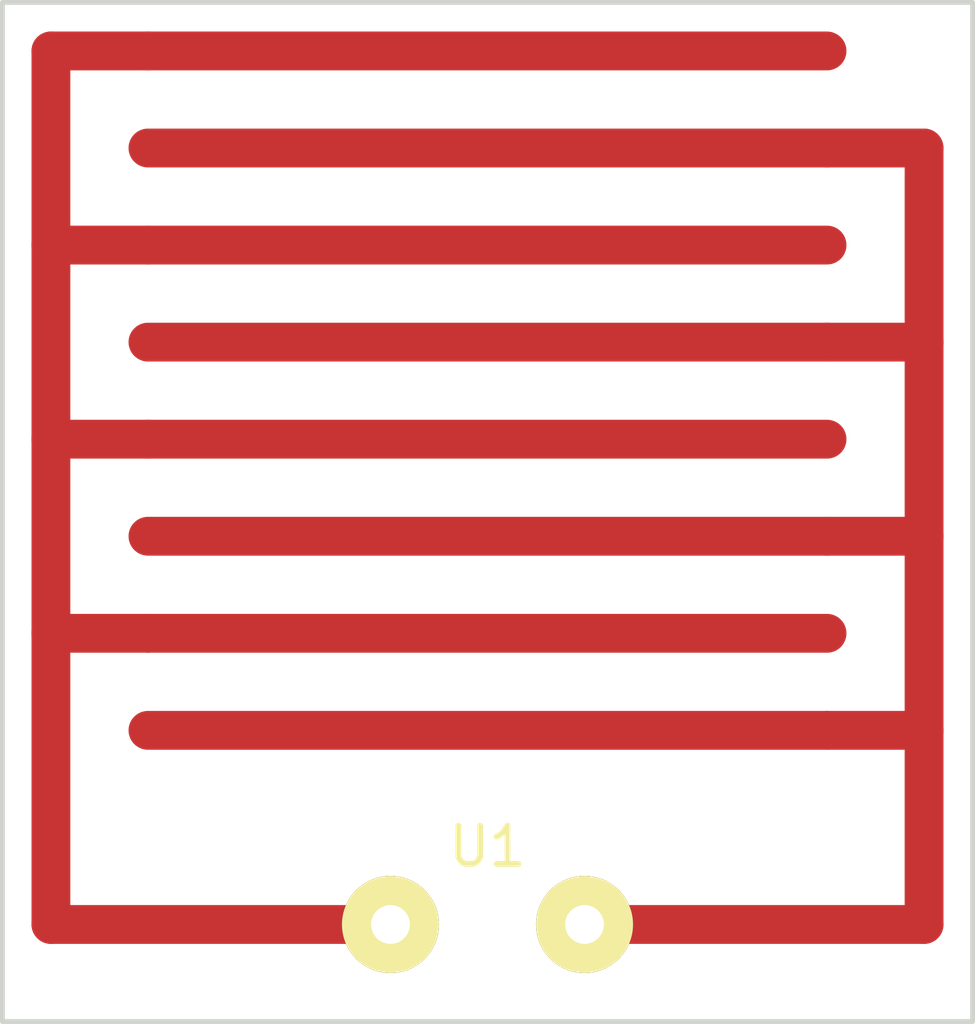
<source format=kicad_pcb>
(kicad_pcb (version 4) (host pcbnew 4.0.2-stable)

  (general
    (links 0)
    (no_connects 0)
    (area 135.826499 79.946499 161.353501 106.743501)
    (thickness 1.6)
    (drawings 4)
    (tracks 0)
    (zones 0)
    (modules 1)
    (nets 1)
  )

  (page A4)
  (layers
    (0 F.Cu signal)
    (31 B.Cu signal)
    (36 B.SilkS user)
    (37 F.SilkS user)
    (38 B.Mask user)
    (39 F.Mask user)
    (44 Edge.Cuts user)
  )

  (setup
    (last_trace_width 0.254)
    (user_trace_width 0.1524)
    (user_trace_width 0.2)
    (user_trace_width 0.25)
    (user_trace_width 0.3)
    (user_trace_width 0.4)
    (user_trace_width 0.5)
    (user_trace_width 0.6)
    (user_trace_width 0.8)
    (user_trace_width 1)
    (user_trace_width 1.2)
    (user_trace_width 1.5)
    (user_trace_width 2)
    (trace_clearance 0.254)
    (zone_clearance 0.1524)
    (zone_45_only no)
    (trace_min 0.1524)
    (segment_width 0.127)
    (edge_width 0.127)
    (via_size 0.6858)
    (via_drill 0.3302)
    (via_min_size 0.6858)
    (via_min_drill 0.3302)
    (uvia_size 0.508)
    (uvia_drill 0.127)
    (uvias_allowed no)
    (uvia_min_size 0.508)
    (uvia_min_drill 0.127)
    (pcb_text_width 0.127)
    (pcb_text_size 0.6 0.6)
    (mod_edge_width 0.127)
    (mod_text_size 0.6 0.6)
    (mod_text_width 0.127)
    (pad_size 1.524 1.524)
    (pad_drill 0.762)
    (pad_to_mask_clearance 0.05)
    (pad_to_paste_clearance -0.04)
    (aux_axis_origin 0 0)
    (visible_elements 7FFFFFFF)
    (pcbplotparams
      (layerselection 0x010f0_80000001)
      (usegerberextensions true)
      (usegerberattributes true)
      (excludeedgelayer true)
      (linewidth 0.127000)
      (plotframeref false)
      (viasonmask false)
      (mode 1)
      (useauxorigin false)
      (hpglpennumber 1)
      (hpglpenspeed 20)
      (hpglpendiameter 15)
      (hpglpenoverlay 2)
      (psnegative false)
      (psa4output false)
      (plotreference true)
      (plotvalue true)
      (plotinvisibletext false)
      (padsonsilk false)
      (subtractmaskfromsilk false)
      (outputformat 1)
      (mirror false)
      (drillshape 0)
      (scaleselection 1)
      (outputdirectory C:/Users/Andrew/Documents/KiCad/Boards/WaterSensor/Gerbs/))
  )

  (net 0 "")

  (net_class Default "Dit is de standaard class."
    (clearance 0.254)
    (trace_width 0.254)
    (via_dia 0.6858)
    (via_drill 0.3302)
    (uvia_dia 0.508)
    (uvia_drill 0.127)
  )

  (net_class 0.2mm ""
    (clearance 0.2)
    (trace_width 0.2)
    (via_dia 0.6858)
    (via_drill 0.3302)
    (uvia_dia 0.508)
    (uvia_drill 0.127)
  )

  (net_class Minimal ""
    (clearance 0.1524)
    (trace_width 0.1524)
    (via_dia 0.6858)
    (via_drill 0.3302)
    (uvia_dia 0.508)
    (uvia_drill 0.127)
  )

  (module AJGFEET:WaterSensor (layer F.Cu) (tedit 57576085) (tstamp 57576DE7)
    (at 148.59 101.6)
    (path /57575BEE)
    (fp_text reference U1 (at 0 0.5) (layer F.SilkS)
      (effects (font (size 1 1) (thickness 0.15)))
    )
    (fp_text value WaterSensor (at 0 -0.5) (layer F.Fab)
      (effects (font (size 1 1) (thickness 0.15)))
    )
    (fp_line (start 2.54 2.54) (end 11.43 2.54) (layer F.Cu) (width 1.016))
    (fp_line (start 11.43 2.54) (end 11.43 -2.54) (layer F.Cu) (width 1.016))
    (fp_line (start -2.54 2.54) (end -11.43 2.54) (layer F.Cu) (width 1.016))
    (fp_line (start -11.43 2.54) (end -11.43 -5.08) (layer F.Cu) (width 1.016))
    (fp_line (start -8.89 -2.54) (end 8.89 -2.54) (layer F.Mask) (width 1.016))
    (fp_line (start -8.89 -5.08) (end 8.89 -5.08) (layer F.Mask) (width 1.016))
    (fp_line (start 8.89 -7.62) (end -8.89 -7.62) (layer F.Mask) (width 1.016))
    (fp_line (start -8.89 -10.16) (end 8.89 -10.16) (layer F.Mask) (width 1.016))
    (fp_line (start -8.89 -12.7) (end 8.89 -12.7) (layer F.Mask) (width 1.016))
    (fp_line (start 8.89 -15.24) (end -8.89 -15.24) (layer F.Mask) (width 1.016))
    (fp_line (start 8.89 -17.78) (end -8.89 -17.78) (layer F.Mask) (width 1.016))
    (fp_line (start -8.89 -20.32) (end 8.89 -20.32) (layer F.Mask) (width 1.016))
    (fp_line (start -8.89 -20.32) (end -11.43 -20.32) (layer F.Cu) (width 1.016))
    (fp_line (start -11.43 -20.32) (end -11.43 -15.24) (layer F.Cu) (width 1.016))
    (fp_line (start 11.43 -12.7) (end 11.43 -17.78) (layer F.Cu) (width 1.016))
    (fp_line (start 11.43 -17.78) (end 8.89 -17.78) (layer F.Cu) (width 1.016))
    (fp_line (start -8.89 -20.32) (end 8.89 -20.32) (layer F.Cu) (width 1.016))
    (fp_line (start 8.89 -17.78) (end -8.89 -17.78) (layer F.Cu) (width 1.016))
    (fp_line (start -11.43 -10.16) (end -11.43 -15.24) (layer F.Cu) (width 1.016))
    (fp_line (start -11.43 -15.24) (end -8.89 -15.24) (layer F.Cu) (width 1.016))
    (fp_line (start 8.89 -15.24) (end -8.89 -15.24) (layer F.Cu) (width 1.016))
    (fp_line (start 11.43 -7.62) (end 11.43 -12.7) (layer F.Cu) (width 1.016))
    (fp_line (start 11.43 -12.7) (end 8.89 -12.7) (layer F.Cu) (width 1.016))
    (fp_line (start 8.89 -2.54) (end 11.43 -2.54) (layer F.Cu) (width 1.016))
    (fp_line (start 11.43 -2.54) (end 11.43 -7.62) (layer F.Cu) (width 1.016))
    (fp_line (start 11.43 -7.62) (end 8.89 -7.62) (layer F.Cu) (width 1.016))
    (fp_line (start -8.89 -10.16) (end -11.43 -10.16) (layer F.Cu) (width 1.016))
    (fp_line (start -11.43 -10.16) (end -11.43 -5.08) (layer F.Cu) (width 1.016))
    (fp_line (start -11.43 -5.08) (end -8.89 -5.08) (layer F.Cu) (width 1.016))
    (fp_line (start -8.89 -12.7) (end 8.89 -12.7) (layer F.Cu) (width 1.016))
    (fp_line (start -8.89 -10.16) (end 8.89 -10.16) (layer F.Cu) (width 1.016))
    (fp_line (start 8.89 -7.62) (end -8.89 -7.62) (layer F.Cu) (width 1.016))
    (fp_line (start -8.89 -5.08) (end 8.89 -5.08) (layer F.Cu) (width 1.016))
    (fp_line (start -8.89 -2.54) (end 8.89 -2.54) (layer F.Cu) (width 1.016))
    (pad 1 thru_hole circle (at -2.54 2.54) (size 2.54 2.54) (drill 1.016) (layers *.Cu *.Mask F.SilkS))
    (pad 2 thru_hole circle (at 2.54 2.54) (size 2.54 2.54) (drill 1.016) (layers *.Cu *.Mask F.SilkS))
  )

  (gr_line (start 161.29 80.01) (end 135.89 80.01) (angle 90) (layer Edge.Cuts) (width 0.127))
  (gr_line (start 161.29 106.68) (end 161.29 80.01) (angle 90) (layer Edge.Cuts) (width 0.127))
  (gr_line (start 135.89 106.68) (end 161.29 106.68) (angle 90) (layer Edge.Cuts) (width 0.127))
  (gr_line (start 135.89 80.01) (end 135.89 106.68) (angle 90) (layer Edge.Cuts) (width 0.127))

)

</source>
